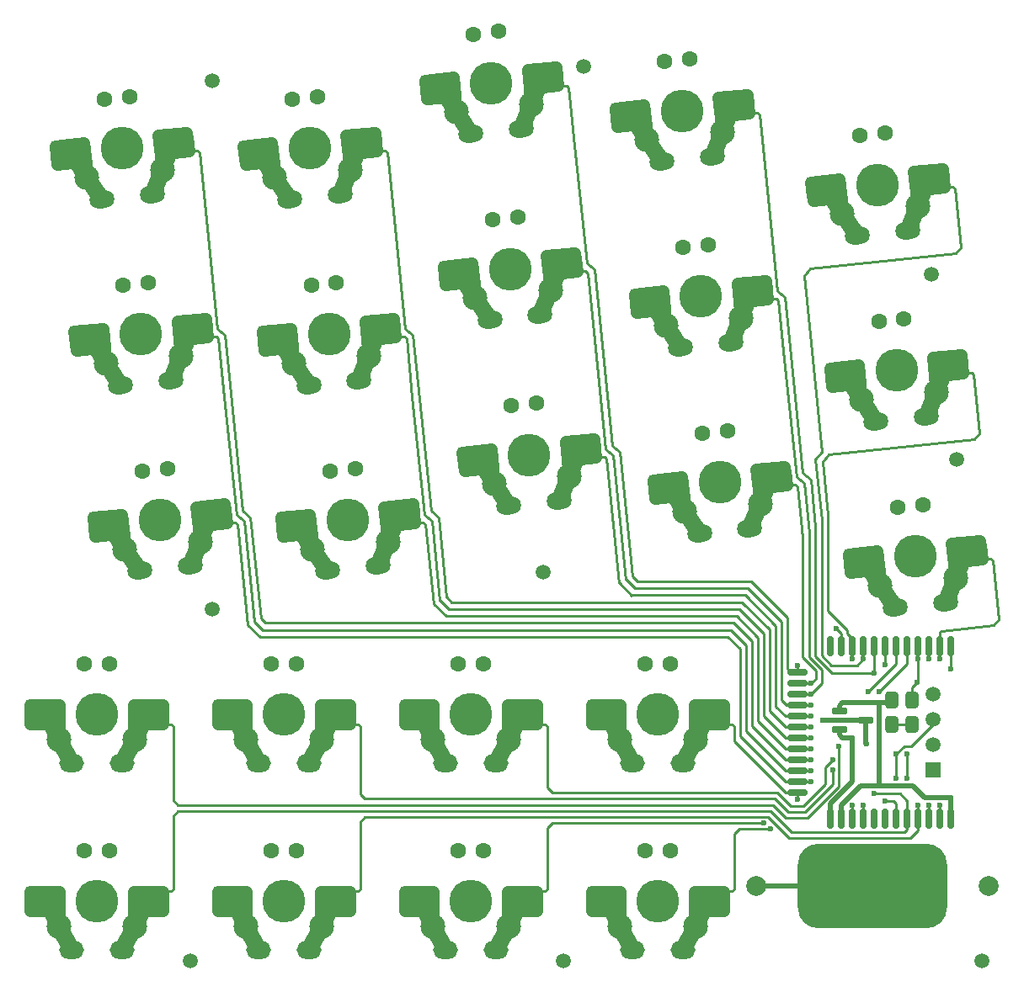
<source format=gbl>
G04 Layer_Physical_Order=2*
G04 Layer_Color=16711680*
%FSLAX42Y42*%
%MOMM*%
G71*
G01*
G75*
G04:AMPARAMS|DCode=10|XSize=0.7mm|YSize=2mm|CornerRadius=0.17mm|HoleSize=0mm|Usage=FLASHONLY|Rotation=270.000|XOffset=0mm|YOffset=0mm|HoleType=Round|Shape=RoundedRectangle|*
%AMROUNDEDRECTD10*
21,1,0.70,1.65,0,0,270.0*
21,1,0.35,2.00,0,0,270.0*
1,1,0.35,-0.82,-0.17*
1,1,0.35,-0.82,0.17*
1,1,0.35,0.82,0.17*
1,1,0.35,0.82,-0.17*
%
%ADD10ROUNDEDRECTD10*%
G04:AMPARAMS|DCode=11|XSize=0.7mm|YSize=2mm|CornerRadius=0.17mm|HoleSize=0mm|Usage=FLASHONLY|Rotation=0.000|XOffset=0mm|YOffset=0mm|HoleType=Round|Shape=RoundedRectangle|*
%AMROUNDEDRECTD11*
21,1,0.70,1.65,0,0,0.0*
21,1,0.35,2.00,0,0,0.0*
1,1,0.35,0.17,-0.82*
1,1,0.35,-0.17,-0.82*
1,1,0.35,-0.17,0.82*
1,1,0.35,0.17,0.82*
%
%ADD11ROUNDEDRECTD11*%
G04:AMPARAMS|DCode=12|XSize=1.35mm|YSize=1.7mm|CornerRadius=0.34mm|HoleSize=0mm|Usage=FLASHONLY|Rotation=0.000|XOffset=0mm|YOffset=0mm|HoleType=Round|Shape=RoundedRectangle|*
%AMROUNDEDRECTD12*
21,1,1.35,1.02,0,0,0.0*
21,1,0.68,1.70,0,0,0.0*
1,1,0.68,0.34,-0.51*
1,1,0.68,-0.34,-0.51*
1,1,0.68,-0.34,0.51*
1,1,0.68,0.34,0.51*
%
%ADD12ROUNDEDRECTD12*%
G04:AMPARAMS|DCode=13|XSize=0.65mm|YSize=1.55mm|CornerRadius=0.16mm|HoleSize=0mm|Usage=FLASHONLY|Rotation=270.000|XOffset=0mm|YOffset=0mm|HoleType=Round|Shape=RoundedRectangle|*
%AMROUNDEDRECTD13*
21,1,0.65,1.23,0,0,270.0*
21,1,0.33,1.55,0,0,270.0*
1,1,0.33,-0.61,-0.16*
1,1,0.33,-0.61,0.16*
1,1,0.33,0.61,0.16*
1,1,0.33,0.61,-0.16*
%
%ADD13ROUNDEDRECTD13*%
G04:AMPARAMS|DCode=14|XSize=15mm|YSize=8.5mm|CornerRadius=2.13mm|HoleSize=0mm|Usage=FLASHONLY|Rotation=0.000|XOffset=0mm|YOffset=0mm|HoleType=Round|Shape=RoundedRectangle|*
%AMROUNDEDRECTD14*
21,1,15.00,4.25,0,0,0.0*
21,1,10.75,8.50,0,0,0.0*
1,1,4.25,5.38,-2.13*
1,1,4.25,-5.38,-2.13*
1,1,4.25,-5.38,2.13*
1,1,4.25,5.38,2.13*
%
%ADD14ROUNDEDRECTD14*%
%ADD15C,1.70*%
%ADD16C,1.10*%
%ADD17C,0.25*%
%ADD18C,0.25*%
%ADD19C,0.50*%
%ADD20C,1.52*%
%ADD21C,1.60*%
%ADD22C,1.00*%
%ADD23C,4.30*%
%ADD24C,2.00*%
%ADD25C,2.50*%
%ADD26O,2.50X1.80*%
G04:AMPARAMS|DCode=27|XSize=2.5mm|YSize=1.8mm|CornerRadius=0mm|HoleSize=0mm|Usage=FLASHONLY|Rotation=5.800|XOffset=0mm|YOffset=0mm|HoleType=Round|Shape=Round|*
%AMOVALD27*
21,1,0.70,1.80,0.00,0.00,5.8*
1,1,1.80,-0.35,-0.04*
1,1,1.80,0.35,0.04*
%
%ADD27OVALD27*%

%ADD28C,1.50*%
%ADD29R,1.50X1.50*%
%ADD30C,0.60*%
D10*
X7900Y2715D02*
D03*
Y2935D02*
D03*
Y2825D02*
D03*
Y3155D02*
D03*
Y3045D02*
D03*
Y2385D02*
D03*
Y2165D02*
D03*
Y2055D02*
D03*
Y1945D02*
D03*
Y2275D02*
D03*
Y2605D02*
D03*
Y2495D02*
D03*
D11*
X9440Y3420D02*
D03*
X8670D02*
D03*
X9220D02*
D03*
X9110D02*
D03*
X9000D02*
D03*
X8890D02*
D03*
X8780D02*
D03*
X8560D02*
D03*
X8450D02*
D03*
X8340D02*
D03*
X8230D02*
D03*
X9330D02*
D03*
X9220Y1680D02*
D03*
X8450D02*
D03*
X9330D02*
D03*
X8340D02*
D03*
X8560D02*
D03*
X8670D02*
D03*
X8780D02*
D03*
X8890D02*
D03*
X9000D02*
D03*
X9110D02*
D03*
X8230D02*
D03*
X9440D02*
D03*
D12*
X8850Y2870D02*
D03*
Y2630D02*
D03*
X9050D02*
D03*
Y2870D02*
D03*
D13*
X8582Y2670D02*
D03*
X8318Y2765D02*
D03*
Y2575D02*
D03*
D14*
X8650Y1000D02*
D03*
D15*
X6871Y596D02*
X6998Y850D01*
X5982D02*
X6109Y596D01*
X6744Y362D02*
X6871Y596D01*
X6109D02*
X6236Y362D01*
X4991Y596D02*
X5118Y850D01*
X4102D02*
X4229Y596D01*
X4864Y362D02*
X4991Y596D01*
X4229D02*
X4356Y362D01*
X3111Y596D02*
X3238Y850D01*
X2222D02*
X2349Y596D01*
X2984Y362D02*
X3111Y596D01*
X2349D02*
X2476Y362D01*
X1231Y596D02*
X1358Y850D01*
X342D02*
X469Y596D01*
X1104Y362D02*
X1231Y596D01*
X469D02*
X596Y362D01*
X6871Y2476D02*
X6998Y2730D01*
X5982D02*
X6109Y2476D01*
X6744Y2242D02*
X6871Y2476D01*
X6109D02*
X6236Y2242D01*
X4991Y2476D02*
X5118Y2730D01*
X4102D02*
X4229Y2476D01*
X4864Y2242D02*
X4991Y2476D01*
X4229D02*
X4356Y2242D01*
X3111Y2476D02*
X3238Y2730D01*
X2222D02*
X2349Y2476D01*
X2984Y2242D02*
X3111Y2476D01*
X2349D02*
X2476Y2242D01*
X1231Y2476D02*
X1358Y2730D01*
X342D02*
X469Y2476D01*
X1104Y2242D02*
X1231Y2476D01*
X469D02*
X596Y2242D01*
X9487Y4105D02*
X9588Y4371D01*
X8577Y4268D02*
X8729Y4028D01*
X9385Y3860D02*
X9487Y4105D01*
X8729Y4028D02*
X8879Y3808D01*
X7522Y4850D02*
X7623Y5116D01*
X6612Y5013D02*
X6764Y4773D01*
X7419Y4605D02*
X7522Y4850D01*
X6764Y4773D02*
X6914Y4554D01*
X5604Y5128D02*
X5705Y5393D01*
X4694Y5291D02*
X4846Y5051D01*
X5501Y4883D02*
X5604Y5128D01*
X4846Y5051D02*
X4996Y4831D01*
X3781Y4470D02*
X3882Y4736D01*
X2871Y4633D02*
X3023Y4393D01*
X3678Y4225D02*
X3781Y4470D01*
X3023Y4393D02*
X3173Y4174D01*
X1891Y4470D02*
X1992Y4736D01*
X981Y4633D02*
X1133Y4393D01*
X1789Y4225D02*
X1891Y4470D01*
X1133Y4393D02*
X1283Y4174D01*
X9297Y5975D02*
X9398Y6241D01*
X8387Y6138D02*
X8539Y5898D01*
X9195Y5730D02*
X9297Y5975D01*
X8539Y5898D02*
X8689Y5679D01*
X7332Y6721D02*
X7433Y6986D01*
X6422Y6884D02*
X6574Y6644D01*
X7229Y6475D02*
X7332Y6721D01*
X6574Y6644D02*
X6724Y6424D01*
X5414Y6998D02*
X5515Y7264D01*
X4504Y7161D02*
X4656Y6921D01*
X5311Y6753D02*
X5414Y6998D01*
X4656Y6921D02*
X4806Y6702D01*
X3591Y6341D02*
X3692Y6606D01*
X2681Y6504D02*
X2833Y6264D01*
X3488Y6095D02*
X3591Y6341D01*
X2833Y6264D02*
X2983Y6044D01*
X1701Y6341D02*
X1802Y6606D01*
X791Y6504D02*
X943Y6264D01*
X1599Y6095D02*
X1701Y6341D01*
X943Y6264D02*
X1093Y6044D01*
X9107Y7846D02*
X9208Y8111D01*
X8197Y8009D02*
X8349Y7769D01*
X9005Y7601D02*
X9107Y7846D01*
X8349Y7769D02*
X8499Y7549D01*
X7142Y8591D02*
X7243Y8857D01*
X6232Y8754D02*
X6384Y8514D01*
X7039Y8346D02*
X7142Y8591D01*
X6384Y8514D02*
X6534Y8294D01*
X5224Y8869D02*
X5325Y9134D01*
X4314Y9032D02*
X4466Y8792D01*
X5121Y8623D02*
X5224Y8869D01*
X4466Y8792D02*
X4616Y8572D01*
X3401Y8211D02*
X3502Y8477D01*
X2491Y8374D02*
X2643Y8134D01*
X3298Y7966D02*
X3401Y8211D01*
X2643Y8134D02*
X2793Y7914D01*
X1511Y8211D02*
X1612Y8477D01*
X601Y8374D02*
X753Y8134D01*
X1409Y7966D02*
X1511Y8211D01*
X753Y8134D02*
X903Y7914D01*
D16*
X6860Y950D02*
X7160D01*
X6860Y660D02*
Y950D01*
X6920Y750D02*
X7160D01*
X6998Y850D02*
X7160D01*
Y750D02*
Y950D01*
X5820Y750D02*
Y950D01*
Y850D02*
X5982D01*
X5820Y750D02*
X6060D01*
X6120Y660D02*
Y950D01*
X5820D02*
X6120D01*
X4980D02*
X5280D01*
X4980Y660D02*
Y950D01*
X5040Y750D02*
X5280D01*
X5118Y850D02*
X5280D01*
Y750D02*
Y950D01*
X3940Y750D02*
Y950D01*
Y850D02*
X4102D01*
X3940Y750D02*
X4180D01*
X4240Y660D02*
Y950D01*
X3940D02*
X4240D01*
X3100D02*
X3400D01*
X3100Y660D02*
Y950D01*
X3160Y750D02*
X3400D01*
X3238Y850D02*
X3400D01*
Y750D02*
Y950D01*
X2060Y750D02*
Y950D01*
Y850D02*
X2222D01*
X2060Y750D02*
X2300D01*
X2360Y660D02*
Y950D01*
X2060D02*
X2360D01*
X1220D02*
X1520D01*
X1220Y660D02*
Y950D01*
X1280Y750D02*
X1520D01*
X1358Y850D02*
X1520D01*
Y750D02*
Y950D01*
X180Y750D02*
Y950D01*
Y850D02*
X342D01*
X180Y750D02*
X420D01*
X480Y660D02*
Y950D01*
X180D02*
X480D01*
X6860Y2830D02*
X7160D01*
X6860Y2540D02*
Y2830D01*
X6920Y2630D02*
X7160D01*
X6998Y2730D02*
X7160D01*
Y2630D02*
Y2830D01*
X5820Y2630D02*
Y2830D01*
Y2730D02*
X5982D01*
X5820Y2630D02*
X6060D01*
X6120Y2540D02*
Y2830D01*
X5820D02*
X6120D01*
X4980D02*
X5280D01*
X4980Y2540D02*
Y2830D01*
X5040Y2630D02*
X5280D01*
X5118Y2730D02*
X5280D01*
Y2630D02*
Y2830D01*
X3940Y2630D02*
Y2830D01*
Y2730D02*
X4102D01*
X3940Y2630D02*
X4180D01*
X4240Y2540D02*
Y2830D01*
X3940D02*
X4240D01*
X3100D02*
X3400D01*
X3100Y2540D02*
Y2830D01*
X3160Y2630D02*
X3400D01*
X3238Y2730D02*
X3400D01*
Y2630D02*
Y2830D01*
X2060Y2630D02*
Y2830D01*
Y2730D02*
X2222D01*
X2060Y2630D02*
X2300D01*
X2360Y2540D02*
Y2830D01*
X2060D02*
X2360D01*
X1220D02*
X1520D01*
X1220Y2540D02*
Y2830D01*
X1280Y2630D02*
X1520D01*
X1358Y2730D02*
X1520D01*
Y2630D02*
Y2830D01*
X180Y2630D02*
Y2830D01*
Y2730D02*
X342D01*
X180Y2630D02*
X420D01*
X480Y2540D02*
Y2830D01*
X180D02*
X480D01*
X9441Y4456D02*
X9739Y4486D01*
X9441Y4456D02*
X9470Y4168D01*
X9520Y4263D02*
X9759Y4288D01*
X9588Y4371D02*
X9749Y4387D01*
X9739Y4486D02*
X9759Y4288D01*
X8406Y4351D02*
X8426Y4152D01*
X8416Y4252D02*
X8577Y4268D01*
X8426Y4152D02*
X8665Y4176D01*
X8704Y4381D02*
X8734Y4093D01*
X8406Y4351D02*
X8704Y4381D01*
X7475Y5201D02*
X7774Y5232D01*
X7475Y5201D02*
X7504Y4913D01*
X7555Y5008D02*
X7794Y5033D01*
X7623Y5116D02*
X7784Y5132D01*
X7774Y5232D02*
X7794Y5033D01*
X6440Y5096D02*
X6461Y4897D01*
X6451Y4997D02*
X6612Y5013D01*
X6461Y4897D02*
X6699Y4922D01*
X6739Y5127D02*
X6768Y4838D01*
X6440Y5096D02*
X6739Y5127D01*
X5557Y5479D02*
X5856Y5509D01*
X5557Y5479D02*
X5587Y5190D01*
X5637Y5286D02*
X5876Y5310D01*
X5705Y5393D02*
X5866Y5410D01*
X5856Y5509D02*
X5876Y5310D01*
X4523Y5374D02*
X4543Y5175D01*
X4533Y5274D02*
X4694Y5291D01*
X4543Y5175D02*
X4782Y5199D01*
X4821Y5404D02*
X4850Y5116D01*
X4523Y5374D02*
X4821Y5404D01*
X3734Y4821D02*
X4033Y4852D01*
X3734Y4821D02*
X3764Y4533D01*
X3814Y4628D02*
X4053Y4653D01*
X3882Y4736D02*
X4043Y4752D01*
X4033Y4852D02*
X4053Y4653D01*
X2700Y4716D02*
X2720Y4517D01*
X2710Y4617D02*
X2871Y4633D01*
X2720Y4517D02*
X2959Y4542D01*
X2998Y4747D02*
X3028Y4458D01*
X2700Y4716D02*
X2998Y4747D01*
X1845Y4821D02*
X2143Y4852D01*
X1845Y4821D02*
X1874Y4533D01*
X1925Y4629D02*
X2163Y4653D01*
X1992Y4736D02*
X2153Y4752D01*
X2143Y4852D02*
X2163Y4653D01*
X810Y4716D02*
X830Y4517D01*
X820Y4617D02*
X981Y4633D01*
X830Y4517D02*
X1069Y4542D01*
X1109Y4747D02*
X1138Y4458D01*
X810Y4716D02*
X1109Y4747D01*
X9251Y6327D02*
X9549Y6357D01*
X9251Y6327D02*
X9280Y6038D01*
X9330Y6134D02*
X9569Y6158D01*
X9398Y6241D02*
X9559Y6257D01*
X9549Y6357D02*
X9569Y6158D01*
X8216Y6221D02*
X8236Y6022D01*
X8226Y6122D02*
X8387Y6138D01*
X8236Y6022D02*
X8475Y6047D01*
X8514Y6252D02*
X8544Y5963D01*
X8216Y6221D02*
X8514Y6252D01*
X7285Y7072D02*
X7584Y7102D01*
X7285Y7072D02*
X7314Y6783D01*
X7365Y6879D02*
X7604Y6903D01*
X7433Y6986D02*
X7594Y7003D01*
X7584Y7102D02*
X7604Y6903D01*
X6251Y6967D02*
X6271Y6768D01*
X6261Y6867D02*
X6422Y6884D01*
X6271Y6768D02*
X6509Y6792D01*
X6549Y6997D02*
X6578Y6708D01*
X6251Y6967D02*
X6549Y6997D01*
X5367Y7349D02*
X5666Y7380D01*
X5367Y7349D02*
X5397Y7061D01*
X5447Y7156D02*
X5686Y7181D01*
X5515Y7264D02*
X5676Y7280D01*
X5666Y7380D02*
X5686Y7181D01*
X4333Y7244D02*
X4353Y7045D01*
X4343Y7145D02*
X4504Y7161D01*
X4353Y7045D02*
X4592Y7070D01*
X4631Y7275D02*
X4660Y6986D01*
X4333Y7244D02*
X4631Y7275D01*
X3544Y6692D02*
X3843Y6722D01*
X3544Y6692D02*
X3574Y6403D01*
X3624Y6499D02*
X3863Y6523D01*
X3692Y6606D02*
X3853Y6623D01*
X3843Y6722D02*
X3863Y6523D01*
X2510Y6587D02*
X2530Y6388D01*
X2520Y6487D02*
X2681Y6504D01*
X2530Y6388D02*
X2769Y6412D01*
X2808Y6617D02*
X2838Y6328D01*
X2510Y6587D02*
X2808Y6617D01*
X1655Y6692D02*
X1953Y6722D01*
X1655Y6692D02*
X1684Y6403D01*
X1735Y6499D02*
X1973Y6523D01*
X1802Y6606D02*
X1963Y6623D01*
X1953Y6722D02*
X1973Y6523D01*
X620Y6587D02*
X640Y6388D01*
X630Y6487D02*
X791Y6504D01*
X640Y6388D02*
X879Y6412D01*
X919Y6617D02*
X948Y6329D01*
X620Y6587D02*
X919Y6617D01*
X9061Y8197D02*
X9359Y8227D01*
X9061Y8197D02*
X9090Y7908D01*
X9140Y8004D02*
X9379Y8028D01*
X9208Y8111D02*
X9369Y8128D01*
X9359Y8227D02*
X9379Y8028D01*
X8026Y8092D02*
X8046Y7893D01*
X8036Y7992D02*
X8197Y8009D01*
X8046Y7893D02*
X8285Y7917D01*
X8324Y8122D02*
X8354Y7834D01*
X8026Y8092D02*
X8324Y8122D01*
X7095Y8942D02*
X7394Y8972D01*
X7095Y8942D02*
X7125Y8654D01*
X7175Y8749D02*
X7414Y8773D01*
X7243Y8857D02*
X7404Y8873D01*
X7394Y8972D02*
X7414Y8773D01*
X6061Y8837D02*
X6081Y8638D01*
X6071Y8738D02*
X6232Y8754D01*
X6081Y8638D02*
X6320Y8662D01*
X6359Y8867D02*
X6388Y8579D01*
X6061Y8837D02*
X6359Y8867D01*
X5177Y9220D02*
X5476Y9250D01*
X5177Y9220D02*
X5207Y8931D01*
X5257Y9027D02*
X5496Y9051D01*
X5325Y9134D02*
X5486Y9151D01*
X5476Y9250D02*
X5496Y9051D01*
X4143Y9115D02*
X4163Y8916D01*
X4153Y9015D02*
X4314Y9032D01*
X4163Y8916D02*
X4402Y8940D01*
X4441Y9145D02*
X4470Y8856D01*
X4143Y9115D02*
X4441Y9145D01*
X3354Y8562D02*
X3653Y8592D01*
X3354Y8562D02*
X3384Y8274D01*
X3434Y8369D02*
X3673Y8393D01*
X3502Y8477D02*
X3663Y8493D01*
X3653Y8592D02*
X3673Y8393D01*
X2320Y8457D02*
X2340Y8258D01*
X2330Y8358D02*
X2491Y8374D01*
X2340Y8258D02*
X2579Y8282D01*
X2618Y8487D02*
X2648Y8199D01*
X2320Y8457D02*
X2618Y8487D01*
X1465Y8562D02*
X1763Y8592D01*
X1465Y8562D02*
X1494Y8274D01*
X1545Y8369D02*
X1783Y8394D01*
X1612Y8477D02*
X1773Y8493D01*
X1763Y8592D02*
X1783Y8394D01*
X430Y8457D02*
X450Y8258D01*
X440Y8358D02*
X601Y8374D01*
X450Y8258D02*
X689Y8282D01*
X729Y8487D02*
X758Y8199D01*
X430Y8457D02*
X729Y8487D01*
D17*
X9260Y2630D02*
Y2677D01*
X9040Y2410D02*
X9260Y2630D01*
X9440Y3190D02*
Y3420D01*
X9440Y3190D02*
X9440Y3190D01*
X8970Y2410D02*
X9040D01*
X8890Y2330D02*
X8970Y2410D01*
X8890Y2090D02*
Y2330D01*
X9000Y2090D02*
Y2330D01*
X8720Y2960D02*
X9000Y3240D01*
Y3420D01*
X8610Y2960D02*
X8890Y3240D01*
Y3420D01*
X9110Y3060D02*
Y3285D01*
X9100Y3050D02*
X9110Y3060D01*
X9050Y3000D02*
X9100Y3050D01*
X9050Y2870D02*
Y3000D01*
X8850Y2630D02*
X9050D01*
D18*
X8340Y3420D02*
Y3540D01*
X8290Y3590D02*
X8340Y3540D01*
X8206Y3774D02*
X8400Y3580D01*
X8206Y3774D02*
Y4733D01*
X8400Y3540D02*
Y3580D01*
X8450Y3420D02*
Y3490D01*
X8400Y3540D02*
X8450Y3490D01*
X8927Y1935D02*
X9000Y1862D01*
X8670Y1935D02*
X8927D01*
X8175Y2200D02*
X8250Y2275D01*
X8175Y2030D02*
Y2200D01*
X8310Y2000D02*
Y2410D01*
X5430Y1640D02*
X7560D01*
X5380Y1590D02*
X5430Y1640D01*
X7310Y1580D02*
X7625D01*
X7260Y1530D02*
X7310Y1580D01*
X8780Y1862D02*
X8860D01*
X8890Y1832D01*
Y1680D02*
Y1832D01*
X9000Y1680D02*
Y1862D01*
X8780Y3233D02*
Y3420D01*
X1783Y8394D02*
X1863Y8402D01*
X1885Y8384D01*
X1945Y7797D01*
X2135Y5926D02*
X2255Y4741D01*
X1973Y6523D02*
X2053Y6531D01*
X2163Y4653D02*
X2243Y4661D01*
X2265Y4643D01*
X2053Y6531D02*
X2075Y6513D01*
X2135Y5926D01*
X1600Y950D02*
X1620Y970D01*
X1520Y950D02*
X1600D01*
X1620Y2020D02*
Y2610D01*
X1600Y2630D02*
X1620Y2610D01*
X1520Y2630D02*
X1600D01*
X3400D02*
X3480D01*
X5280D02*
X5360D01*
X5380Y2610D01*
Y1990D02*
Y2610D01*
X5280Y950D02*
X5360D01*
X5380Y970D01*
Y1590D01*
X3400Y950D02*
X3480D01*
X1945Y7797D02*
X2065Y6612D01*
X2142Y6549D02*
X2322Y4777D01*
X2065Y6612D02*
X2142Y6549D01*
X2255Y4741D02*
X2332Y4679D01*
X2398Y4715D02*
X2502Y3697D01*
X2322Y4777D02*
X2398Y4715D01*
X4211Y4777D02*
X4288Y4715D01*
X4288D02*
X4370Y3907D01*
X4221Y4679D02*
X4303Y3875D01*
X4145Y4741D02*
X4221Y4679D01*
X3955Y6612D02*
X4031Y6549D01*
X4031D02*
X4211Y4777D01*
X3834Y7797D02*
X3955Y6612D01*
X3965Y6513D02*
X4024Y5926D01*
X3943Y6531D02*
X3965Y6513D01*
X4155Y4643D02*
X4236Y3840D01*
X4133Y4661D02*
X4155Y4643D01*
X4053Y4653D02*
X4133Y4661D01*
X3863Y6523D02*
X3943Y6531D01*
X4024Y5926D02*
X4145Y4741D01*
X3775Y8384D02*
X3834Y7797D01*
X3753Y8402D02*
X3775Y8384D01*
X3673Y8393D02*
X3753Y8402D01*
X6034Y5435D02*
X6111Y5372D01*
X6111D02*
X6238Y4116D01*
X6044Y5336D02*
X6171Y4085D01*
X5967Y5399D02*
X6044Y5336D01*
X5777Y7269D02*
X5854Y7207D01*
X5854D02*
X6034Y5435D01*
X5657Y8454D02*
X5777Y7269D01*
X5787Y7171D02*
X5847Y6584D01*
X5766Y7189D02*
X5787Y7171D01*
X5977Y5301D02*
X6105Y4049D01*
X5956Y5318D02*
X5977Y5301D01*
X5876Y5310D02*
X5956Y5318D01*
X5686Y7181D02*
X5766Y7189D01*
X5847Y6584D02*
X5967Y5399D01*
X5598Y9041D02*
X5657Y8454D01*
X5576Y9059D02*
X5598Y9041D01*
X5496Y9051D02*
X5576Y9059D01*
X7952Y5157D02*
X8029Y5095D01*
X8029D02*
X8077Y4619D01*
X7885Y5121D02*
X7962Y5059D01*
X7695Y6992D02*
X7772Y6929D01*
X7772D02*
X7952Y5157D01*
X7575Y8177D02*
X7695Y6992D01*
X7705Y6893D02*
X7765Y6306D01*
X7683Y6911D02*
X7705Y6893D01*
X7895Y5023D02*
X7948Y4506D01*
X7873Y5041D02*
X7895Y5023D01*
X7794Y5033D02*
X7873Y5041D01*
X7604Y6903D02*
X7683Y6911D01*
X7765Y6306D02*
X7885Y5121D01*
X7515Y8764D02*
X7575Y8177D01*
X7493Y8782D02*
X7515Y8764D01*
X7414Y8773D02*
X7493Y8782D01*
X9379Y8028D02*
X9459Y8036D01*
X9481Y8018D01*
X9540Y7431D01*
X9569Y6158D02*
X9649Y6166D01*
X9671Y6148D01*
X9730Y5561D01*
X2265Y4643D02*
X2368Y3630D01*
X2502Y3697D02*
X2548Y3650D01*
X7256D01*
X2520Y3580D02*
X7226D01*
X4390Y3790D02*
X7314D01*
X4418Y3860D02*
X7343D01*
X4372Y3907D02*
X4418Y3860D01*
X4363Y3720D02*
X7284D01*
X6260Y4000D02*
X7401D01*
X6288Y4070D02*
X7430D01*
X6242Y4117D02*
X6288Y4070D01*
X6233Y3930D02*
X7371D01*
X2435Y3665D02*
X2520Y3580D01*
X2332Y4679D02*
X2435Y3665D01*
X2370Y3630D02*
X2493Y3508D01*
X4240Y3840D02*
X4363Y3718D01*
X4305Y3875D02*
X4390Y3790D01*
X6110Y4050D02*
X6233Y3928D01*
X6175Y4085D02*
X6260Y4000D01*
X9861Y4278D02*
X9920Y3691D01*
X9839Y4296D02*
X9861Y4278D01*
X9759Y4288D02*
X9839Y4296D01*
X9487Y7366D02*
X9540Y7431D01*
X8214Y5347D02*
X9677Y5495D01*
X9730Y5561D01*
X9344Y3572D02*
X9867Y3625D01*
X9920Y3691D01*
X8152Y5270D02*
X8206Y4733D01*
X8152Y5270D02*
X8214Y5347D01*
X8079Y5293D02*
X8142Y5370D01*
X7962Y7140D02*
X8024Y7217D01*
X9487Y7366D01*
X7962Y7140D02*
X8142Y5370D01*
X1620Y970D02*
Y1710D01*
X1670Y1760D01*
X1620Y1870D02*
X1670Y1820D01*
X1620Y1870D02*
Y2020D01*
X3500Y1930D02*
X3550Y1880D01*
X5380Y1990D02*
X5430Y1940D01*
X3500Y1650D02*
X3550Y1700D01*
X3500Y1930D02*
Y2610D01*
X3480Y2630D02*
X3500Y2610D01*
X3480Y950D02*
X3500Y970D01*
Y1650D01*
X7598Y1700D02*
X7813Y1485D01*
X7623Y1760D02*
X7838Y1545D01*
X7648Y1820D02*
X7778Y1690D01*
X7838Y1545D02*
X8975D01*
X9110Y1560D02*
Y1680D01*
X7240Y2630D02*
X7260Y2610D01*
X7160Y2630D02*
X7240D01*
X2495Y3510D02*
X7197D01*
X7813Y1485D02*
X9035D01*
X9110Y1560D01*
X8975Y1545D02*
X9000Y1570D01*
Y1680D01*
X7698Y1940D02*
X7828Y1810D01*
X7673Y1880D02*
X7803Y1750D01*
X7775Y1945D02*
X7900D01*
X7785Y2825D02*
X7900D01*
X7775Y2715D02*
X7900D01*
X7775Y2605D02*
X7900D01*
X7775Y2495D02*
X7900D01*
X7775Y2385D02*
X7900D01*
X7775Y2275D02*
X7900D01*
X7775Y2165D02*
X7900D01*
X7775Y2055D02*
X7900D01*
X7320Y2510D02*
X7775Y2055D01*
X7380Y2560D02*
X7775Y2165D01*
X7380Y2560D02*
Y3426D01*
X7440Y2610D02*
X7775Y2275D01*
X7440Y2610D02*
Y3466D01*
X7500Y2660D02*
X7775Y2385D01*
X7401Y4000D02*
X7740Y3661D01*
Y2870D02*
X7785Y2825D01*
X7740Y2870D02*
Y3661D01*
X7371Y3930D02*
X7680Y3621D01*
Y2810D02*
X7775Y2715D01*
X7680Y2810D02*
Y3621D01*
X7343Y3860D02*
X7620Y3583D01*
Y2760D02*
X7775Y2605D01*
X7620Y2760D02*
Y3583D01*
X7314Y3790D02*
X7560Y3544D01*
Y2710D02*
X7775Y2495D01*
X7560Y2710D02*
Y3544D01*
X7500Y2660D02*
Y3504D01*
X7284Y3720D02*
X7500Y3504D01*
X7256Y3650D02*
X7440Y3466D01*
X7226Y3580D02*
X7380Y3426D01*
X7320Y2510D02*
Y3387D01*
X7197Y3510D02*
X7320Y3387D01*
X7430Y4070D02*
X7800Y3700D01*
Y3190D02*
Y3700D01*
Y3190D02*
X7835Y3155D01*
X7885D01*
X7260Y2460D02*
Y2610D01*
Y2460D02*
X7775Y1945D01*
X9330Y3558D02*
X9344Y3572D01*
X9330Y3420D02*
Y3558D01*
X8090Y3300D02*
X8180Y3210D01*
X7962Y5059D02*
X8012Y4562D01*
X8079Y5293D02*
X8141Y4686D01*
X7948Y3302D02*
Y4506D01*
X8012Y3308D02*
Y4562D01*
X8077Y3313D02*
Y4619D01*
Y3313D02*
X8090Y3300D01*
X8140Y3320D02*
Y4685D01*
Y3320D02*
X8235Y3225D01*
X8560Y3290D02*
Y3420D01*
X7900Y1945D02*
X7900Y1945D01*
X7900Y1875D02*
Y1945D01*
Y3155D02*
Y3225D01*
X7948Y3302D02*
X8080Y3170D01*
X7900Y3045D02*
X8035D01*
X8080Y3090D01*
Y3170D01*
X8012Y3308D02*
X8140Y3180D01*
X7900Y2935D02*
X8035D01*
X8140Y3040D01*
Y3180D01*
X7900Y2055D02*
X8035D01*
X7900Y2165D02*
X8035D01*
X7900Y2275D02*
X8035D01*
X7900Y2385D02*
X8035D01*
X7900Y2495D02*
X8035D01*
X7900Y2605D02*
X8035D01*
X7900Y2715D02*
X8035D01*
X7900Y2825D02*
X8035D01*
X7900Y2165D02*
X8035D01*
X7900Y2275D02*
X8035D01*
X7900Y2385D02*
X8035D01*
X7900Y2495D02*
X8035D01*
X7900Y2605D02*
X8035D01*
X7900Y2715D02*
X8035D01*
X7900Y2825D02*
X8035D01*
X7900Y2935D02*
X8035D01*
X7900Y3045D02*
X8035D01*
X8500Y3225D02*
X8560Y3285D01*
X8235Y3225D02*
X8500D01*
X8450Y3285D02*
Y3420D01*
X9110Y3285D02*
Y3420D01*
X9220Y3285D02*
Y3420D01*
X9330Y3285D02*
Y3420D01*
X8450Y1680D02*
Y1815D01*
X8560Y1680D02*
Y1815D01*
X9110Y1680D02*
Y1815D01*
X7828Y1810D02*
X7955D01*
X7803Y1750D02*
X7975D01*
X8250Y2025D01*
Y2170D01*
X8000Y1690D02*
X8310Y2000D01*
X7778Y1690D02*
X8000D01*
X7955Y1810D02*
X8175Y2030D01*
X8180Y3210D02*
X8245Y3145D01*
X8670D01*
Y3420D01*
X9330Y1680D02*
Y1815D01*
X9220Y1680D02*
Y1815D01*
X9220Y1680D02*
X9220Y1680D01*
X9330Y1680D02*
X9330Y1680D01*
X5430Y1940D02*
X7698D01*
X3550Y1880D02*
X7673D01*
X1670Y1820D02*
X7648D01*
X1670Y1760D02*
X7623D01*
X3550Y1700D02*
X7598D01*
X7160Y950D02*
X7240D01*
X7260Y970D01*
Y1530D01*
D19*
X9440Y1680D02*
Y1890D01*
X9180D02*
X9440D01*
X9060Y2010D02*
X9180Y1890D01*
X8720Y2010D02*
X9060D01*
X8830Y2850D02*
X8850Y2870D01*
X8720Y2850D02*
X8830D01*
X8720Y2010D02*
Y2850D01*
X8450D02*
X8720D01*
X8530Y2010D02*
X8720D01*
X8340Y1820D02*
X8530Y2010D01*
X8582Y2438D02*
X8590Y2430D01*
X8582Y2438D02*
Y2670D01*
X8340Y1680D02*
Y1820D01*
X8450Y2050D02*
Y2490D01*
X8230Y1830D02*
X8450Y2050D01*
X8230Y1680D02*
Y1830D01*
X8150Y2670D02*
X8578D01*
X8350Y2490D02*
X8450D01*
X8318Y2523D02*
X8350Y2490D01*
X8318Y2523D02*
Y2575D01*
X8350Y2850D02*
X8450D01*
X8318Y2817D02*
X8350Y2850D01*
X8318Y2765D02*
Y2817D01*
X7480Y1000D02*
X8650D01*
D20*
X9496Y5296D02*
D03*
X9750Y250D02*
D03*
X9246Y7160D02*
D03*
X2010Y3790D02*
D03*
X5747Y9247D02*
D03*
X2012Y9109D02*
D03*
X5540Y250D02*
D03*
X1790D02*
D03*
X5340Y4160D02*
D03*
D21*
X6363Y1358D02*
D03*
X6617D02*
D03*
X4483D02*
D03*
X4737D02*
D03*
X2603D02*
D03*
X2857D02*
D03*
X723D02*
D03*
X977D02*
D03*
X6363Y3238D02*
D03*
X6617D02*
D03*
X4483D02*
D03*
X4737D02*
D03*
X2603D02*
D03*
X2857D02*
D03*
X723D02*
D03*
X977D02*
D03*
X8905Y4812D02*
D03*
X9158Y4838D02*
D03*
X6939Y5557D02*
D03*
X7192Y5583D02*
D03*
X5022Y5835D02*
D03*
X5274Y5860D02*
D03*
X3199Y5177D02*
D03*
X3451Y5203D02*
D03*
X1309Y5177D02*
D03*
X1562Y5203D02*
D03*
X8715Y6682D02*
D03*
X8968Y6708D02*
D03*
X6749Y7427D02*
D03*
X7002Y7453D02*
D03*
X4832Y7705D02*
D03*
X5084Y7731D02*
D03*
X3009Y7047D02*
D03*
X3261Y7073D02*
D03*
X1119Y7047D02*
D03*
X1372Y7073D02*
D03*
X8525Y8553D02*
D03*
X8778Y8578D02*
D03*
X6560Y9298D02*
D03*
X6812Y9323D02*
D03*
X4642Y9575D02*
D03*
X4894Y9601D02*
D03*
X2819Y8918D02*
D03*
X3071Y8943D02*
D03*
X929Y8918D02*
D03*
X1182Y8944D02*
D03*
D22*
X7160Y750D02*
D03*
Y950D02*
D03*
Y850D02*
D03*
X5820D02*
D03*
Y750D02*
D03*
Y950D02*
D03*
X5280Y750D02*
D03*
Y950D02*
D03*
Y850D02*
D03*
X3940D02*
D03*
Y750D02*
D03*
Y950D02*
D03*
X3400Y750D02*
D03*
Y950D02*
D03*
Y850D02*
D03*
X2060D02*
D03*
Y750D02*
D03*
Y950D02*
D03*
X1520Y750D02*
D03*
Y950D02*
D03*
Y850D02*
D03*
X180D02*
D03*
Y750D02*
D03*
Y950D02*
D03*
X7160Y2630D02*
D03*
Y2830D02*
D03*
Y2730D02*
D03*
X5820D02*
D03*
Y2630D02*
D03*
Y2830D02*
D03*
X5280Y2630D02*
D03*
Y2830D02*
D03*
Y2730D02*
D03*
X3940D02*
D03*
Y2630D02*
D03*
Y2830D02*
D03*
X3400Y2630D02*
D03*
Y2830D02*
D03*
Y2730D02*
D03*
X2060D02*
D03*
Y2630D02*
D03*
Y2830D02*
D03*
X1520Y2630D02*
D03*
Y2830D02*
D03*
Y2730D02*
D03*
X180D02*
D03*
Y2630D02*
D03*
Y2830D02*
D03*
X9759Y4288D02*
D03*
X9739Y4486D02*
D03*
X9749Y4387D02*
D03*
X8416Y4252D02*
D03*
X8426Y4152D02*
D03*
X8406Y4351D02*
D03*
X7794Y5033D02*
D03*
X7774Y5232D02*
D03*
X7784Y5132D02*
D03*
X6451Y4997D02*
D03*
X6461Y4897D02*
D03*
X6440Y5096D02*
D03*
X5876Y5310D02*
D03*
X5856Y5509D02*
D03*
X5866Y5410D02*
D03*
X4533Y5274D02*
D03*
X4543Y5175D02*
D03*
X4523Y5374D02*
D03*
X4053Y4653D02*
D03*
X4033Y4852D02*
D03*
X4043Y4752D02*
D03*
X2710Y4617D02*
D03*
X2720Y4517D02*
D03*
X2700Y4716D02*
D03*
X2163Y4653D02*
D03*
X2143Y4852D02*
D03*
X2153Y4752D02*
D03*
X820Y4617D02*
D03*
X830Y4517D02*
D03*
X810Y4716D02*
D03*
X9569Y6158D02*
D03*
X9549Y6357D02*
D03*
X9559Y6257D02*
D03*
X8226Y6122D02*
D03*
X8236Y6022D02*
D03*
X8216Y6221D02*
D03*
X7604Y6903D02*
D03*
X7584Y7102D02*
D03*
X7594Y7003D02*
D03*
X6261Y6867D02*
D03*
X6271Y6768D02*
D03*
X6251Y6967D02*
D03*
X5686Y7181D02*
D03*
X5666Y7380D02*
D03*
X5676Y7280D02*
D03*
X4343Y7145D02*
D03*
X4353Y7045D02*
D03*
X4333Y7244D02*
D03*
X3863Y6523D02*
D03*
X3843Y6722D02*
D03*
X3853Y6623D02*
D03*
X2520Y6487D02*
D03*
X2530Y6388D02*
D03*
X2510Y6587D02*
D03*
X1973Y6523D02*
D03*
X1953Y6722D02*
D03*
X1963Y6623D02*
D03*
X630Y6487D02*
D03*
X640Y6388D02*
D03*
X620Y6587D02*
D03*
X9379Y8028D02*
D03*
X9359Y8227D02*
D03*
X9369Y8128D02*
D03*
X8036Y7992D02*
D03*
X8046Y7893D02*
D03*
X8026Y8092D02*
D03*
X7414Y8773D02*
D03*
X7394Y8972D02*
D03*
X7404Y8873D02*
D03*
X6071Y8738D02*
D03*
X6081Y8638D02*
D03*
X6061Y8837D02*
D03*
X5496Y9051D02*
D03*
X5476Y9250D02*
D03*
X5486Y9151D02*
D03*
X4153Y9015D02*
D03*
X4163Y8916D02*
D03*
X4143Y9115D02*
D03*
X3673Y8393D02*
D03*
X3653Y8592D02*
D03*
X3663Y8493D02*
D03*
X2330Y8358D02*
D03*
X2340Y8258D02*
D03*
X2320Y8457D02*
D03*
X1783Y8394D02*
D03*
X1763Y8592D02*
D03*
X1773Y8493D02*
D03*
X440Y8358D02*
D03*
X450Y8258D02*
D03*
X430Y8457D02*
D03*
D23*
X6490Y850D02*
D03*
X4610D02*
D03*
X2730D02*
D03*
X850D02*
D03*
X6490Y2730D02*
D03*
X4610D02*
D03*
X2730D02*
D03*
X850D02*
D03*
X9083Y4319D02*
D03*
X7117Y5064D02*
D03*
X5199Y5342D02*
D03*
X3376Y4685D02*
D03*
X1487Y4685D02*
D03*
X8893Y6190D02*
D03*
X6927Y6935D02*
D03*
X5009Y7212D02*
D03*
X3186Y6555D02*
D03*
X1297Y6555D02*
D03*
X8703Y8060D02*
D03*
X6737Y8805D02*
D03*
X4819Y9083D02*
D03*
X2996Y8425D02*
D03*
X1107Y8425D02*
D03*
D24*
X6998Y850D02*
D03*
X5982D02*
D03*
X5118D02*
D03*
X4102D02*
D03*
X3238D02*
D03*
X2222D02*
D03*
X1358D02*
D03*
X342D02*
D03*
X6998Y2730D02*
D03*
X5982D02*
D03*
X5118D02*
D03*
X4102D02*
D03*
X3238D02*
D03*
X2222D02*
D03*
X1358D02*
D03*
X342D02*
D03*
X9588Y4371D02*
D03*
X8577Y4268D02*
D03*
X7623Y5116D02*
D03*
X6612Y5013D02*
D03*
X5705Y5393D02*
D03*
X4694Y5291D02*
D03*
X3882Y4736D02*
D03*
X2871Y4633D02*
D03*
X1992Y4736D02*
D03*
X981Y4633D02*
D03*
X9398Y6241D02*
D03*
X8387Y6138D02*
D03*
X7433Y6986D02*
D03*
X6422Y6884D02*
D03*
X5515Y7264D02*
D03*
X4504Y7161D02*
D03*
X3692Y6606D02*
D03*
X2681Y6504D02*
D03*
X1802Y6606D02*
D03*
X791Y6504D02*
D03*
X9208Y8111D02*
D03*
X8197Y8009D02*
D03*
X7243Y8857D02*
D03*
X6232Y8754D02*
D03*
X5325Y9134D02*
D03*
X4314Y9032D02*
D03*
X3502Y8477D02*
D03*
X2491Y8374D02*
D03*
X1612Y8477D02*
D03*
X601Y8374D02*
D03*
X9820Y1000D02*
D03*
X7480D02*
D03*
D25*
X6871Y596D02*
D03*
X6109D02*
D03*
X4991D02*
D03*
X4229D02*
D03*
X3111D02*
D03*
X2349D02*
D03*
X1231D02*
D03*
X469D02*
D03*
X6871Y2476D02*
D03*
X6109D02*
D03*
X4991D02*
D03*
X4229D02*
D03*
X3111D02*
D03*
X2349D02*
D03*
X1231D02*
D03*
X469D02*
D03*
X9487Y4105D02*
D03*
X8729Y4028D02*
D03*
X7522Y4850D02*
D03*
X6764Y4773D02*
D03*
X5604Y5128D02*
D03*
X4846Y5051D02*
D03*
X3781Y4470D02*
D03*
X3023Y4393D02*
D03*
X1891Y4470D02*
D03*
X1133Y4393D02*
D03*
X9297Y5975D02*
D03*
X8539Y5898D02*
D03*
X7332Y6721D02*
D03*
X6574Y6644D02*
D03*
X5414Y6998D02*
D03*
X4656Y6921D02*
D03*
X3591Y6341D02*
D03*
X2833Y6264D02*
D03*
X1701Y6341D02*
D03*
X943Y6264D02*
D03*
X9107Y7846D02*
D03*
X8349Y7769D02*
D03*
X7142Y8591D02*
D03*
X6384Y8514D02*
D03*
X5224Y8869D02*
D03*
X4466Y8792D02*
D03*
X3401Y8211D02*
D03*
X2643Y8134D02*
D03*
X1511Y8211D02*
D03*
X753Y8134D02*
D03*
D26*
X6236Y362D02*
D03*
X6744D02*
D03*
X4356D02*
D03*
X4864D02*
D03*
X2476D02*
D03*
X2984D02*
D03*
X596D02*
D03*
X1104D02*
D03*
X6236Y2242D02*
D03*
X6744D02*
D03*
X4356D02*
D03*
X4864D02*
D03*
X2476D02*
D03*
X2984D02*
D03*
X596D02*
D03*
X1104D02*
D03*
D27*
X8879Y3808D02*
D03*
X9385Y3860D02*
D03*
X6914Y4554D02*
D03*
X7419Y4605D02*
D03*
X4996Y4831D02*
D03*
X5501Y4883D02*
D03*
X3173Y4174D02*
D03*
X3678Y4225D02*
D03*
X1283Y4174D02*
D03*
X1789Y4225D02*
D03*
X8689Y5679D02*
D03*
X9195Y5730D02*
D03*
X6724Y6424D02*
D03*
X7229Y6475D02*
D03*
X4806Y6702D02*
D03*
X5311Y6753D02*
D03*
X2983Y6044D02*
D03*
X3488Y6095D02*
D03*
X1093Y6044D02*
D03*
X1599Y6095D02*
D03*
X8499Y7549D02*
D03*
X9005Y7601D02*
D03*
X6534Y8294D02*
D03*
X7039Y8346D02*
D03*
X4616Y8572D02*
D03*
X5121Y8623D02*
D03*
X2793Y7914D02*
D03*
X3298Y7966D02*
D03*
X903Y7914D02*
D03*
X1409Y7966D02*
D03*
D28*
X9260Y2931D02*
D03*
Y2677D02*
D03*
Y2423D02*
D03*
D29*
Y2169D02*
D03*
D30*
X9440Y1890D02*
D03*
X8290Y3590D02*
D03*
X9440Y3190D02*
D03*
X9000Y2330D02*
D03*
X8890D02*
D03*
X8720Y2960D02*
D03*
X8610D02*
D03*
X9100Y3050D02*
D03*
X9000Y2090D02*
D03*
X8890Y2090D02*
D03*
X8590Y2430D02*
D03*
X8150Y2670D02*
D03*
X8035Y2715D02*
D03*
Y2605D02*
D03*
X8450Y2490D02*
D03*
Y2850D02*
D03*
X8250Y2275D02*
D03*
X8310Y2410D02*
D03*
X7560Y1640D02*
D03*
X7625Y1580D02*
D03*
X8450Y1815D02*
D03*
X8560D02*
D03*
X9110D02*
D03*
X9220D02*
D03*
X9330D02*
D03*
X8035Y2165D02*
D03*
Y2275D02*
D03*
Y2385D02*
D03*
Y2495D02*
D03*
Y2825D02*
D03*
Y2935D02*
D03*
Y3045D02*
D03*
X8450Y3285D02*
D03*
X8560D02*
D03*
X9110D02*
D03*
X9220D02*
D03*
X9330D02*
D03*
X8780Y1862D02*
D03*
Y3233D02*
D03*
X8250Y2170D02*
D03*
X7900Y3225D02*
D03*
Y1875D02*
D03*
X8035Y2055D02*
D03*
X8670Y3145D02*
D03*
Y1935D02*
D03*
M02*

</source>
